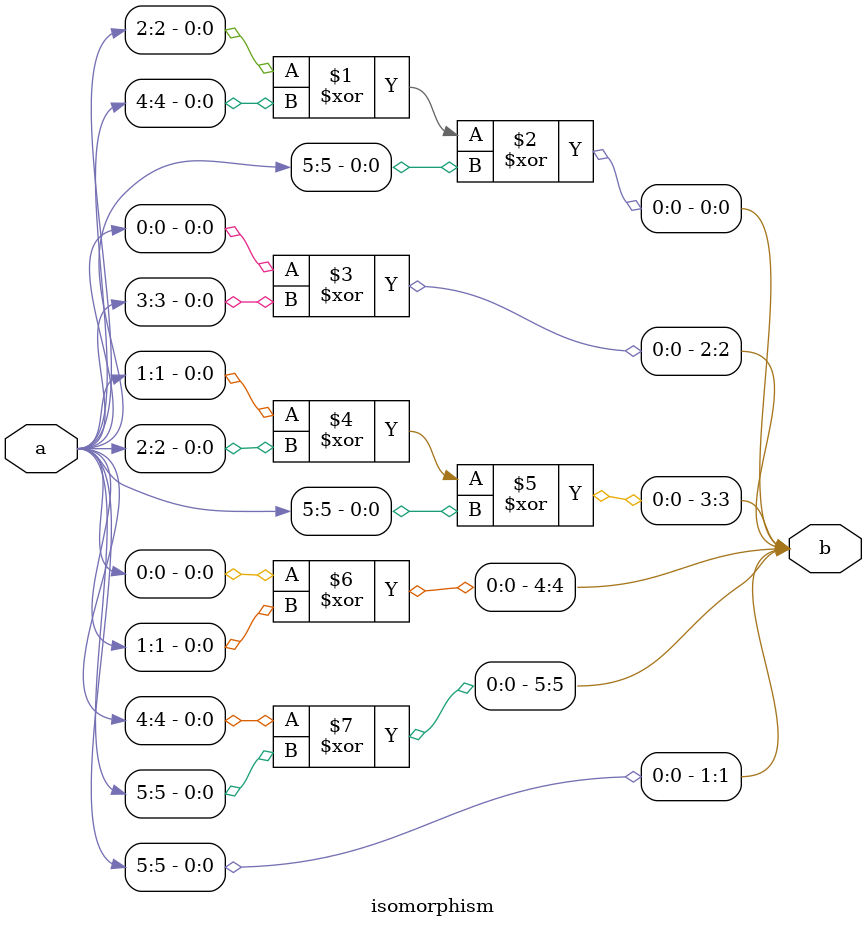
<source format=v>
`timescale 1ns/100ps
module SMSS23_40_nn_10_2(x,y);
	 input [5:0] x;
	 output [5:0] y;
	 wire [5:0] w;
	 wire [5:0] p;
	 isomorphism C2 (x,w);
	 power_40 C3 (w,p);
	 inv_isomorphism C4 (p,y);
endmodule

module square_base(a,b);
	 input [1:0] a;
	 output [1:0] b;
	 assign b[0]=a[1];
	 assign b[1]=a[0];
endmodule

module add_base(a,b,c);
	 input [1:0] a;
	 input [1:0] b;
	 output [1:0] c;
	 assign c[0]=a[0]^b[0];
	 assign c[1]=a[1]^b[1];
endmodule

module multiplication_base(a,b,c);
	 input [1:0] a;
	 input [1:0] b;
	 output [1:0] c;
	 wire t;
	 assign t=(a[0]&b[1])^(a[1]&b[0]);
	 assign c[0]=(a[1]&b[1])^t;
	 assign c[1]=(a[0]&b[0])^t;
endmodule
module power_40(a,b);
	 input [5:0] a;
	 output [5:0] b;
	 wire [1:0] x_0;
	 wire [1:0] x_1;
	 wire [1:0] x_2;
	 wire [1:0] y_0;
	 wire [1:0] y_1;
	 wire [1:0] y_2;
	 wire [1:0] y_3;
	 wire [1:0] y_4;
	 wire [1:0] y_5;
	 wire [1:0] z_00;
	 wire [1:0] z_01;
	 wire [1:0] z_10;
	 wire [1:0] z_11;
	 wire [1:0] z_20;
	 wire [1:0] z_21;
	 assign x_0[0]=a[0];
	 assign x_0[1]=a[1];
	 assign x_1[0]=a[2];
	 assign x_1[1]=a[3];
	 assign x_2[0]=a[4];
	 assign x_2[1]=a[5];
	 square_base  A1 (x_0,y_0);
	 square_base A2 (x_1,y_1);
	 square_base A3 (x_2,y_2);
	 multiplication_base A4 (y_0,y_1,y_3);
	 multiplication_base A5 (y_0,y_2,y_4);
	 multiplication_base A6 (y_1,y_2,y_5);
	 add_base B00 (x_0,x_2,z_00);
	 add_base B01 (y_3,z_00,z_01);
	 add_base B10 (x_0,x_1,z_10);
	 add_base B11 (y_5,z_10,z_11);
	 add_base B20 (x_1,x_2,z_20);
	 add_base B21 (y_4,z_20,z_21);
	 assign b[0]=z_21[0];
	 assign b[1]=z_21[1];
	 assign b[2]=z_01[0];
	 assign b[3]=z_01[1];
	 assign b[4]=z_11[0];
	 assign b[5]=z_11[1];
endmodule

module inv_isomorphism(a,b);
	 input [5:0] a;
	 output [5:0] b;
	 assign b[0]=a[2];
	 assign b[1]=a[0]^a[5];
	 assign b[2]=a[0]^a[2]^a[4]^a[5];
	 assign b[3]=a[0]^a[1]^a[2];
	 assign b[4]=a[0];
	 assign b[5]=a[2]^a[3]^a[4];
endmodule

module isomorphism(a,b);
	 input [5:0] a;
	 output [5:0] b;
	 assign b[0]=a[2]^a[4]^a[5];
	 assign b[1]=a[5];
	 assign b[2]=a[0]^a[3];
	 assign b[3]=a[1]^a[2]^a[5];
	 assign b[4]=a[0]^a[1];
	 assign b[5]=a[4]^a[5];
endmodule


</source>
